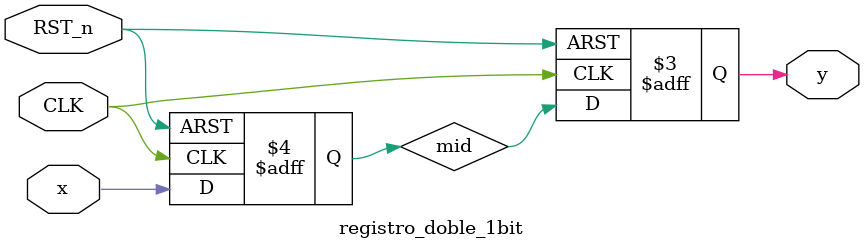
<source format=v>
module registro_doble_1bit (CLK, RST_n, x, y);

input CLK, RST_n;
input x;

output reg y;

reg mid;

always @(posedge CLK or negedge RST_n)
begin
    if (!RST_n)
        begin
            mid <= 0;
            y <= 0;
        end
    else
        begin
            mid <= x;
            y <= mid;
        end
end

endmodule

</source>
